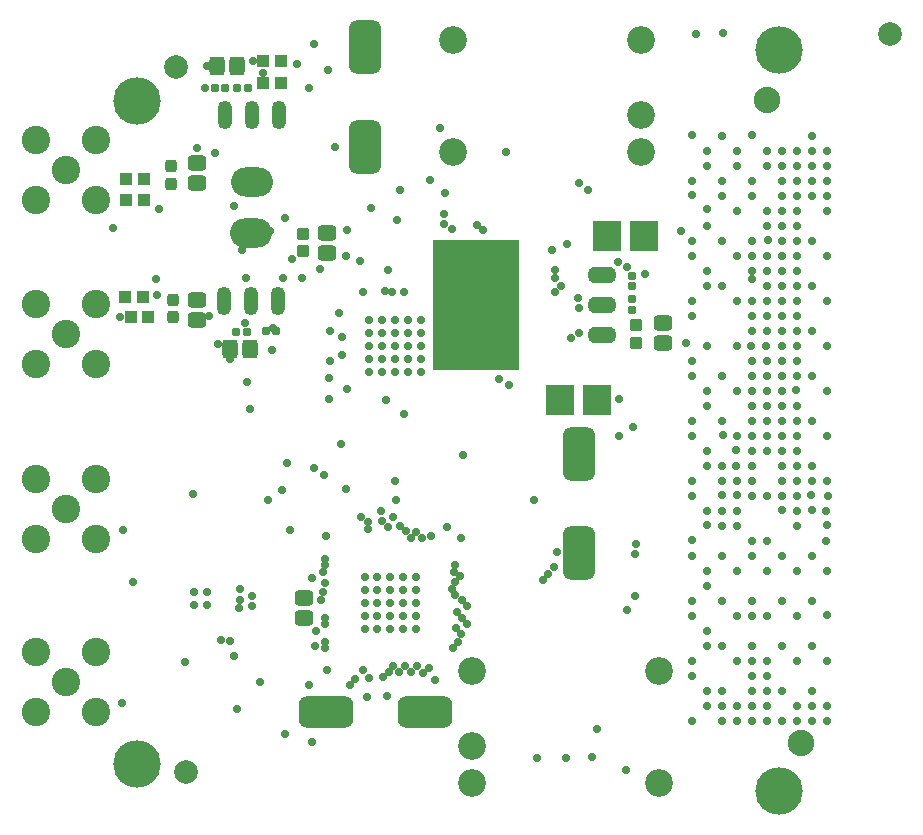
<source format=gbs>
G04 Layer_Color=16711935*
%FSLAX25Y25*%
%MOIN*%
G70*
G01*
G75*
G04:AMPARAMS|DCode=66|XSize=28mil|YSize=28mil|CornerRadius=10mil|HoleSize=0mil|Usage=FLASHONLY|Rotation=90.000|XOffset=0mil|YOffset=0mil|HoleType=Round|Shape=RoundedRectangle|*
%AMROUNDEDRECTD66*
21,1,0.02800,0.00800,0,0,90.0*
21,1,0.00800,0.02800,0,0,90.0*
1,1,0.02000,0.00400,0.00400*
1,1,0.02000,0.00400,-0.00400*
1,1,0.02000,-0.00400,-0.00400*
1,1,0.02000,-0.00400,0.00400*
%
%ADD66ROUNDEDRECTD66*%
G04:AMPARAMS|DCode=67|XSize=28mil|YSize=28mil|CornerRadius=10mil|HoleSize=0mil|Usage=FLASHONLY|Rotation=180.000|XOffset=0mil|YOffset=0mil|HoleType=Round|Shape=RoundedRectangle|*
%AMROUNDEDRECTD67*
21,1,0.02800,0.00800,0,0,180.0*
21,1,0.00800,0.02800,0,0,180.0*
1,1,0.02000,-0.00400,0.00400*
1,1,0.02000,0.00400,0.00400*
1,1,0.02000,0.00400,-0.00400*
1,1,0.02000,-0.00400,-0.00400*
%
%ADD67ROUNDEDRECTD67*%
G04:AMPARAMS|DCode=71|XSize=43mil|YSize=42mil|CornerRadius=13.01mil|HoleSize=0mil|Usage=FLASHONLY|Rotation=90.000|XOffset=0mil|YOffset=0mil|HoleType=Round|Shape=RoundedRectangle|*
%AMROUNDEDRECTD71*
21,1,0.04300,0.01598,0,0,90.0*
21,1,0.01698,0.04200,0,0,90.0*
1,1,0.02602,0.00799,0.00849*
1,1,0.02602,0.00799,-0.00849*
1,1,0.02602,-0.00799,-0.00849*
1,1,0.02602,-0.00799,0.00849*
%
%ADD71ROUNDEDRECTD71*%
G04:AMPARAMS|DCode=75|XSize=43mil|YSize=42mil|CornerRadius=9.95mil|HoleSize=0mil|Usage=FLASHONLY|Rotation=90.000|XOffset=0mil|YOffset=0mil|HoleType=Round|Shape=RoundedRectangle|*
%AMROUNDEDRECTD75*
21,1,0.04300,0.02210,0,0,90.0*
21,1,0.02310,0.04200,0,0,90.0*
1,1,0.01990,0.01105,0.01155*
1,1,0.01990,0.01105,-0.01155*
1,1,0.01990,-0.01105,-0.01155*
1,1,0.01990,-0.01105,0.01155*
%
%ADD75ROUNDEDRECTD75*%
G04:AMPARAMS|DCode=77|XSize=63mil|YSize=51mil|CornerRadius=11.96mil|HoleSize=0mil|Usage=FLASHONLY|Rotation=90.000|XOffset=0mil|YOffset=0mil|HoleType=Round|Shape=RoundedRectangle|*
%AMROUNDEDRECTD77*
21,1,0.06300,0.02709,0,0,90.0*
21,1,0.03909,0.05100,0,0,90.0*
1,1,0.02391,0.01355,0.01955*
1,1,0.02391,0.01355,-0.01955*
1,1,0.02391,-0.01355,-0.01955*
1,1,0.02391,-0.01355,0.01955*
%
%ADD77ROUNDEDRECTD77*%
G04:AMPARAMS|DCode=78|XSize=43mil|YSize=42mil|CornerRadius=9.95mil|HoleSize=0mil|Usage=FLASHONLY|Rotation=0.000|XOffset=0mil|YOffset=0mil|HoleType=Round|Shape=RoundedRectangle|*
%AMROUNDEDRECTD78*
21,1,0.04300,0.02210,0,0,0.0*
21,1,0.02310,0.04200,0,0,0.0*
1,1,0.01990,0.01155,-0.01105*
1,1,0.01990,-0.01155,-0.01105*
1,1,0.01990,-0.01155,0.01105*
1,1,0.01990,0.01155,0.01105*
%
%ADD78ROUNDEDRECTD78*%
G04:AMPARAMS|DCode=86|XSize=63mil|YSize=51mil|CornerRadius=11.96mil|HoleSize=0mil|Usage=FLASHONLY|Rotation=180.000|XOffset=0mil|YOffset=0mil|HoleType=Round|Shape=RoundedRectangle|*
%AMROUNDEDRECTD86*
21,1,0.06300,0.02709,0,0,180.0*
21,1,0.03909,0.05100,0,0,180.0*
1,1,0.02391,-0.01955,0.01355*
1,1,0.02391,0.01955,0.01355*
1,1,0.02391,0.01955,-0.01355*
1,1,0.02391,-0.01955,-0.01355*
%
%ADD86ROUNDEDRECTD86*%
%ADD91C,0.07874*%
%ADD92C,0.09200*%
%ADD93C,0.15800*%
%ADD94C,0.09461*%
%ADD95C,0.08800*%
%ADD96C,0.06299*%
%ADD97C,0.02800*%
%ADD98C,0.02769*%
G04:AMPARAMS|DCode=99|XSize=181.23mil|YSize=106.42mil|CornerRadius=28.61mil|HoleSize=0mil|Usage=FLASHONLY|Rotation=90.000|XOffset=0mil|YOffset=0mil|HoleType=Round|Shape=RoundedRectangle|*
%AMROUNDEDRECTD99*
21,1,0.18123,0.04921,0,0,90.0*
21,1,0.12402,0.10642,0,0,90.0*
1,1,0.05721,0.02461,0.06201*
1,1,0.05721,0.02461,-0.06201*
1,1,0.05721,-0.02461,-0.06201*
1,1,0.05721,-0.02461,0.06201*
%
%ADD99ROUNDEDRECTD99*%
%ADD100O,0.04900X0.09600*%
%ADD101O,0.14000X0.09700*%
%ADD102R,0.09501X0.10052*%
%ADD103R,0.28700X0.43700*%
%ADD104O,0.09700X0.05400*%
G04:AMPARAMS|DCode=105|XSize=181.23mil|YSize=106.42mil|CornerRadius=28.61mil|HoleSize=0mil|Usage=FLASHONLY|Rotation=180.000|XOffset=0mil|YOffset=0mil|HoleType=Round|Shape=RoundedRectangle|*
%AMROUNDEDRECTD105*
21,1,0.18123,0.04921,0,0,180.0*
21,1,0.12402,0.10642,0,0,180.0*
1,1,0.05721,-0.06201,0.02461*
1,1,0.05721,0.06201,0.02461*
1,1,0.05721,0.06201,-0.02461*
1,1,0.05721,-0.06201,-0.02461*
%
%ADD105ROUNDEDRECTD105*%
D66*
X550670Y719200D02*
D03*
X554170D02*
D03*
X547000Y800500D02*
D03*
X543500D02*
D03*
X554500D02*
D03*
X551000D02*
D03*
X560450Y719400D02*
D03*
X563950D02*
D03*
D67*
X682600Y726550D02*
D03*
Y730050D02*
D03*
Y734350D02*
D03*
Y737850D02*
D03*
D71*
X529000Y768500D02*
D03*
Y774400D02*
D03*
X529500Y729900D02*
D03*
Y724000D02*
D03*
D75*
X572900Y746000D02*
D03*
Y751900D02*
D03*
X684000Y721450D02*
D03*
Y715550D02*
D03*
D77*
X544250Y807800D02*
D03*
X550950D02*
D03*
X548500Y713516D02*
D03*
X555200D02*
D03*
D78*
X559550Y809500D02*
D03*
X565450D02*
D03*
X559550Y802000D02*
D03*
X565450D02*
D03*
X519950Y770000D02*
D03*
X514050D02*
D03*
X520000Y763000D02*
D03*
X514100D02*
D03*
X513750Y730900D02*
D03*
X519650D02*
D03*
X515439Y724000D02*
D03*
X521339D02*
D03*
D86*
X537500Y775350D02*
D03*
Y768650D02*
D03*
X581100Y745300D02*
D03*
Y752000D02*
D03*
X537500Y723150D02*
D03*
Y729850D02*
D03*
X573200Y630400D02*
D03*
Y623700D02*
D03*
X693000Y722100D02*
D03*
Y715400D02*
D03*
D91*
X530500Y807500D02*
D03*
X534000Y572500D02*
D03*
X768500Y818500D02*
D03*
X530500Y807500D02*
D03*
X768500Y818500D02*
D03*
X534000Y572500D02*
D03*
D92*
X685500Y816622D02*
D03*
Y791622D02*
D03*
Y779122D02*
D03*
X623000D02*
D03*
Y816622D02*
D03*
X629203Y606219D02*
D03*
Y581219D02*
D03*
Y568719D02*
D03*
X691703D02*
D03*
Y606219D02*
D03*
D93*
X517500Y796000D02*
D03*
X731500Y813000D02*
D03*
Y566000D02*
D03*
X517500Y575000D02*
D03*
D94*
X494050Y718500D02*
D03*
X504050Y708500D02*
D03*
X484050D02*
D03*
Y728500D02*
D03*
X504050D02*
D03*
X494050Y773000D02*
D03*
X504050Y763000D02*
D03*
X484050D02*
D03*
Y783000D02*
D03*
X504050D02*
D03*
X494000Y602500D02*
D03*
X504000Y592500D02*
D03*
X484000D02*
D03*
Y612500D02*
D03*
X504000D02*
D03*
X494050Y660000D02*
D03*
X504050Y650000D02*
D03*
X484050D02*
D03*
Y670000D02*
D03*
X504050D02*
D03*
D95*
X727500Y796500D02*
D03*
X739000Y582000D02*
D03*
D96*
X739500Y582450D02*
D03*
X727500Y796550D02*
D03*
D97*
X707600Y760100D02*
D03*
X717600Y774600D02*
D03*
X712600Y769600D02*
D03*
X742600Y764600D02*
D03*
Y749600D02*
D03*
Y734600D02*
D03*
X722600Y729600D02*
D03*
X717600D02*
D03*
X742600Y719600D02*
D03*
Y704600D02*
D03*
X712600D02*
D03*
X702600D02*
D03*
X727600Y694600D02*
D03*
X707600D02*
D03*
X702600Y689600D02*
D03*
X712600D02*
D03*
X722600D02*
D03*
X732600D02*
D03*
X742600D02*
D03*
X712600Y654600D02*
D03*
X737600Y669600D02*
D03*
X732600Y674600D02*
D03*
X727600Y679600D02*
D03*
X722600Y684600D02*
D03*
X717600D02*
D03*
X702600D02*
D03*
X742600Y674600D02*
D03*
X727600Y664600D02*
D03*
X722600D02*
D03*
X702600D02*
D03*
X712600Y659600D02*
D03*
X707600D02*
D03*
X717600Y654600D02*
D03*
X737600D02*
D03*
X747700Y654700D02*
D03*
X742600Y644600D02*
D03*
X732600D02*
D03*
X727600Y649600D02*
D03*
X722600D02*
D03*
Y644600D02*
D03*
X712600D02*
D03*
X707600Y654700D02*
D03*
X702600Y649700D02*
D03*
Y644600D02*
D03*
X707600Y639600D02*
D03*
Y634600D02*
D03*
X717600Y639600D02*
D03*
X727600D02*
D03*
X737600D02*
D03*
X747600D02*
D03*
X747700Y624700D02*
D03*
X742600Y629600D02*
D03*
X732600D02*
D03*
X737600Y624600D02*
D03*
X727600D02*
D03*
X722600Y629600D02*
D03*
Y624600D02*
D03*
X717600D02*
D03*
X712600Y629600D02*
D03*
X702600D02*
D03*
Y624600D02*
D03*
X707600Y619600D02*
D03*
X722600Y614600D02*
D03*
X742600D02*
D03*
X732600D02*
D03*
X727600Y594600D02*
D03*
X732600Y599600D02*
D03*
X727600D02*
D03*
Y604600D02*
D03*
X712600Y614600D02*
D03*
X707600D02*
D03*
X702600Y609600D02*
D03*
X742600Y599600D02*
D03*
X702600Y604600D02*
D03*
X717600Y609600D02*
D03*
X722600D02*
D03*
Y604600D02*
D03*
X727600Y609600D02*
D03*
X737600D02*
D03*
X747600D02*
D03*
Y594600D02*
D03*
X742600D02*
D03*
X737600D02*
D03*
X722600Y599600D02*
D03*
X712600D02*
D03*
X707600D02*
D03*
X702600Y589600D02*
D03*
X707600Y594600D02*
D03*
X712600Y589600D02*
D03*
X717600Y594600D02*
D03*
X722600D02*
D03*
X712600D02*
D03*
X717600Y589600D02*
D03*
X722600D02*
D03*
X727600D02*
D03*
X732600D02*
D03*
X737600D02*
D03*
X742600D02*
D03*
X747600D02*
D03*
Y729600D02*
D03*
X717600Y669600D02*
D03*
X747600D02*
D03*
X737600Y684600D02*
D03*
X747600D02*
D03*
Y699600D02*
D03*
X737400Y699800D02*
D03*
X717600Y699600D02*
D03*
X732600Y704600D02*
D03*
X722600D02*
D03*
X727600Y724600D02*
D03*
X732600Y719600D02*
D03*
X737600Y714600D02*
D03*
X747600D02*
D03*
X737600Y729600D02*
D03*
X712600Y734600D02*
D03*
X707600D02*
D03*
Y739600D02*
D03*
X737600Y744600D02*
D03*
X747600D02*
D03*
X707600Y754600D02*
D03*
X712600Y764600D02*
D03*
X717600Y759600D02*
D03*
X727600D02*
D03*
X737600D02*
D03*
X702700Y764700D02*
D03*
X727600Y774600D02*
D03*
X732600Y769600D02*
D03*
X742600D02*
D03*
X737600Y774600D02*
D03*
Y779600D02*
D03*
X747600Y774600D02*
D03*
Y779600D02*
D03*
X727600D02*
D03*
X717600D02*
D03*
X707600D02*
D03*
X742600Y784600D02*
D03*
X722500Y784700D02*
D03*
X712600Y784600D02*
D03*
X702700Y784700D02*
D03*
X747300Y649300D02*
D03*
X712500Y669500D02*
D03*
X742500Y669300D02*
D03*
X712600Y664700D02*
D03*
X747900Y664500D02*
D03*
X742400Y664700D02*
D03*
X717400Y674400D02*
D03*
Y679700D02*
D03*
X712800Y684700D02*
D03*
X732600Y749600D02*
D03*
X727600Y754600D02*
D03*
X717600Y744600D02*
D03*
X702600Y729600D02*
D03*
X512700Y595500D02*
D03*
X512800Y653100D02*
D03*
X545600Y616400D02*
D03*
X550000Y611200D02*
D03*
X533600Y609200D02*
D03*
X536300Y665000D02*
D03*
X580600Y651100D02*
D03*
X594800Y603750D02*
D03*
X600708Y696486D02*
D03*
X606764Y691700D02*
D03*
X587473Y700173D02*
D03*
X585500Y681700D02*
D03*
X576600Y673900D02*
D03*
X555246Y693446D02*
D03*
X577000Y614400D02*
D03*
X516200Y635800D02*
D03*
X551800Y629700D02*
D03*
X548770Y615970D02*
D03*
X551762Y627200D02*
D03*
X551800Y633300D02*
D03*
X561300Y663000D02*
D03*
X565786Y666600D02*
D03*
X587336Y666664D02*
D03*
X579986Y671300D02*
D03*
X568500Y653036D02*
D03*
X625600Y650600D02*
D03*
X580800Y606500D02*
D03*
X581677Y696700D02*
D03*
X554200Y702500D02*
D03*
X562700Y713200D02*
D03*
X562831Y720600D02*
D03*
X601350Y739700D02*
D03*
X587450Y753000D02*
D03*
X553500Y722250D02*
D03*
X747600Y759600D02*
D03*
X732600Y764600D02*
D03*
X707600Y699500D02*
D03*
X722600Y669600D02*
D03*
X702600D02*
D03*
X556200Y809500D02*
D03*
X559550Y805350D02*
D03*
X540900Y807800D02*
D03*
X540150Y800500D02*
D03*
X544636Y715100D02*
D03*
X548500Y710166D02*
D03*
X512089Y724000D02*
D03*
X541600Y724400D02*
D03*
X509600Y753684D02*
D03*
X524011Y736900D02*
D03*
X572500Y737100D02*
D03*
X578600Y740200D02*
D03*
X604200Y756600D02*
D03*
X620200Y765600D02*
D03*
X620100Y758300D02*
D03*
X591900Y742700D02*
D03*
X618651Y787049D02*
D03*
X615400Y769700D02*
D03*
X605200Y766600D02*
D03*
X583700Y780900D02*
D03*
X587200Y744300D02*
D03*
X537500Y780500D02*
D03*
X524900Y760200D02*
D03*
X524350Y731350D02*
D03*
X575100Y601300D02*
D03*
X703900Y818600D02*
D03*
X713100Y818700D02*
D03*
X592842Y732313D02*
D03*
X606500Y732400D02*
D03*
X586100Y711547D02*
D03*
Y717453D02*
D03*
X584800Y725300D02*
D03*
X581900Y709500D02*
D03*
Y719400D02*
D03*
X602700Y732400D02*
D03*
X550000Y761000D02*
D03*
X566200Y737200D02*
D03*
X626400Y678000D02*
D03*
X567500Y675600D02*
D03*
X722600Y699600D02*
D03*
X732600Y669600D02*
D03*
X722600Y679600D02*
D03*
Y674600D02*
D03*
X727600Y689600D02*
D03*
Y684600D02*
D03*
X732600Y694600D02*
D03*
Y699600D02*
D03*
X747600Y769600D02*
D03*
X707600Y714600D02*
D03*
X722600Y764600D02*
D03*
Y769600D02*
D03*
X702600D02*
D03*
X727600Y739600D02*
D03*
X722600Y744600D02*
D03*
X683700Y631087D02*
D03*
Y645192D02*
D03*
X684061Y648395D02*
D03*
X594168Y597400D02*
D03*
X599650Y604050D02*
D03*
X657700Y645672D02*
D03*
X681000Y626300D02*
D03*
X737600Y679600D02*
D03*
Y674600D02*
D03*
X732600Y664600D02*
D03*
X737600D02*
D03*
Y659600D02*
D03*
X727600Y709600D02*
D03*
X702600D02*
D03*
X722600Y724600D02*
D03*
X737600Y769600D02*
D03*
X727300Y714600D02*
D03*
X727600Y719600D02*
D03*
X717600Y714600D02*
D03*
X556100Y631250D02*
D03*
Y627750D02*
D03*
X747600Y764600D02*
D03*
X722600Y719600D02*
D03*
X722300Y714500D02*
D03*
X732600Y709600D02*
D03*
Y714600D02*
D03*
X737600Y704600D02*
D03*
Y709600D02*
D03*
X727600Y704600D02*
D03*
Y699600D02*
D03*
X747300Y659300D02*
D03*
X717600D02*
D03*
X717700Y664700D02*
D03*
X652800Y636600D02*
D03*
X654521Y638321D02*
D03*
X656439Y640767D02*
D03*
X650000Y663000D02*
D03*
X722600Y694600D02*
D03*
X737600Y689600D02*
D03*
Y694600D02*
D03*
X712600Y674600D02*
D03*
X707600D02*
D03*
X707700Y679500D02*
D03*
X608800Y650300D02*
D03*
X580190Y615905D02*
D03*
X623700Y635669D02*
D03*
X599240Y656000D02*
D03*
X607108Y652797D02*
D03*
X580321Y623779D02*
D03*
X580190Y643464D02*
D03*
X577350Y619400D02*
D03*
X624100Y620300D02*
D03*
X623219Y639174D02*
D03*
X592162Y657600D02*
D03*
X579100Y629700D02*
D03*
X623100Y613800D02*
D03*
X625900Y623900D02*
D03*
X579600Y632600D02*
D03*
X592900Y606600D02*
D03*
X612700Y650400D02*
D03*
X605053Y605727D02*
D03*
X625779Y629684D02*
D03*
X599000Y659300D02*
D03*
X614994Y607100D02*
D03*
X579600Y639000D02*
D03*
X580190Y635590D02*
D03*
Y613936D02*
D03*
X608990Y605727D02*
D03*
X623700Y641574D02*
D03*
X610700Y652400D02*
D03*
X615554Y651200D02*
D03*
X625494Y618300D02*
D03*
X623600Y631300D02*
D03*
X601300Y654000D02*
D03*
X607021Y607646D02*
D03*
X580190Y621810D02*
D03*
X603084Y657384D02*
D03*
Y607646D02*
D03*
X624600Y615900D02*
D03*
X605200Y654400D02*
D03*
X594600Y653400D02*
D03*
X580190Y641495D02*
D03*
X610958Y607646D02*
D03*
X627600Y621900D02*
D03*
X627510Y627716D02*
D03*
X594700Y655833D02*
D03*
X625139Y637700D02*
D03*
X624400Y625800D02*
D03*
X722600Y739600D02*
D03*
X732600Y734600D02*
D03*
X722600Y709600D02*
D03*
X702600Y724600D02*
D03*
X707600Y774600D02*
D03*
X622736Y753336D02*
D03*
X678400Y684400D02*
D03*
X682900Y687513D02*
D03*
X742600Y774600D02*
D03*
Y779600D02*
D03*
X702600Y744600D02*
D03*
X677900Y742600D02*
D03*
X681100Y740900D02*
D03*
X686900Y738500D02*
D03*
X595700Y760300D02*
D03*
X678300Y696800D02*
D03*
X700600Y715500D02*
D03*
X620900Y654100D02*
D03*
X561892Y752900D02*
D03*
X566800Y757000D02*
D03*
X552700Y746462D02*
D03*
X553900Y737100D02*
D03*
X571050Y808500D02*
D03*
X576500Y815200D02*
D03*
X581200Y806500D02*
D03*
X742700Y659700D02*
D03*
X550900Y593500D02*
D03*
X600995Y597813D02*
D03*
X671000Y586700D02*
D03*
X660500Y577150D02*
D03*
X651100Y577100D02*
D03*
X669400Y577300D02*
D03*
X558500Y602300D02*
D03*
X590413Y603500D02*
D03*
X588650Y601300D02*
D03*
X622440Y633534D02*
D03*
X603900Y663000D02*
D03*
X569287Y743300D02*
D03*
X543700Y778900D02*
D03*
X575800Y637000D02*
D03*
X576100Y582300D02*
D03*
X581685Y703889D02*
D03*
X600300Y732829D02*
D03*
X737600Y764600D02*
D03*
X722700Y736900D02*
D03*
X732600Y659700D02*
D03*
X601550Y605684D02*
D03*
X603600Y669600D02*
D03*
X657000Y737000D02*
D03*
X732600Y744600D02*
D03*
X656879Y739900D02*
D03*
X732600Y739600D02*
D03*
X655900Y746400D02*
D03*
X737600Y749600D02*
D03*
X661000Y748300D02*
D03*
X737600Y754600D02*
D03*
X619805Y755200D02*
D03*
X727600Y744600D02*
D03*
X732600Y754600D02*
D03*
Y759600D02*
D03*
Y724600D02*
D03*
X659000Y734600D02*
D03*
X732600Y729600D02*
D03*
X657000Y732500D02*
D03*
X664900Y768800D02*
D03*
X732600Y774600D02*
D03*
X667803Y766303D02*
D03*
X732600Y779600D02*
D03*
X641768Y701500D02*
D03*
X638400Y703600D02*
D03*
X737600Y739600D02*
D03*
Y734600D02*
D03*
X664700Y730400D02*
D03*
X727600Y729600D02*
D03*
X664800Y727000D02*
D03*
X727600Y734600D02*
D03*
X665000Y718800D02*
D03*
X737600Y724600D02*
D03*
X662200Y717000D02*
D03*
X737600Y719600D02*
D03*
X633000Y753100D02*
D03*
X698900Y752800D02*
D03*
X702600Y749500D02*
D03*
X712600D02*
D03*
X722600D02*
D03*
X727900Y749900D02*
D03*
X630900Y754800D02*
D03*
X732600Y679600D02*
D03*
Y684600D02*
D03*
X613000Y605600D02*
D03*
X680600Y573175D02*
D03*
X616800Y603200D02*
D03*
X567000Y585200D02*
D03*
X640600Y779200D02*
D03*
D98*
X574900Y800600D02*
D03*
X612331Y723161D02*
D03*
Y718831D02*
D03*
Y714500D02*
D03*
Y710169D02*
D03*
Y705839D02*
D03*
X608000Y723161D02*
D03*
Y718831D02*
D03*
Y714500D02*
D03*
Y710169D02*
D03*
Y705839D02*
D03*
X603669Y723161D02*
D03*
Y718831D02*
D03*
Y714500D02*
D03*
Y710169D02*
D03*
Y705839D02*
D03*
X599339Y723161D02*
D03*
Y718831D02*
D03*
Y714500D02*
D03*
Y710169D02*
D03*
Y705839D02*
D03*
X595008Y723161D02*
D03*
Y718831D02*
D03*
Y714500D02*
D03*
Y710169D02*
D03*
Y705839D02*
D03*
X536656Y632436D02*
D03*
X540987D02*
D03*
X536656Y628105D02*
D03*
X540987D02*
D03*
X610761Y637361D02*
D03*
X602100D02*
D03*
X606431D02*
D03*
X593439Y620039D02*
D03*
Y624369D02*
D03*
Y628700D02*
D03*
Y633031D02*
D03*
Y637361D02*
D03*
X597769Y620039D02*
D03*
Y624369D02*
D03*
Y628700D02*
D03*
Y633031D02*
D03*
Y637361D02*
D03*
X602100Y620039D02*
D03*
Y624369D02*
D03*
Y628700D02*
D03*
Y633031D02*
D03*
X606431Y620039D02*
D03*
Y624369D02*
D03*
Y628700D02*
D03*
Y633031D02*
D03*
X610761Y620039D02*
D03*
Y624369D02*
D03*
Y628700D02*
D03*
Y633031D02*
D03*
D99*
X593500Y780929D02*
D03*
Y814000D02*
D03*
X664800Y645301D02*
D03*
Y678372D02*
D03*
D100*
X547000Y791500D02*
D03*
X556000D02*
D03*
X565000D02*
D03*
X564500Y729500D02*
D03*
X555500D02*
D03*
X546500D02*
D03*
D101*
X556000Y769000D02*
D03*
X555500Y752000D02*
D03*
D102*
X658539Y696600D02*
D03*
X670861D02*
D03*
X674200Y751200D02*
D03*
X686523D02*
D03*
D103*
X630600Y728000D02*
D03*
D104*
X672600Y718000D02*
D03*
Y728000D02*
D03*
Y738000D02*
D03*
D105*
X613771Y592600D02*
D03*
X580700D02*
D03*
M02*

</source>
